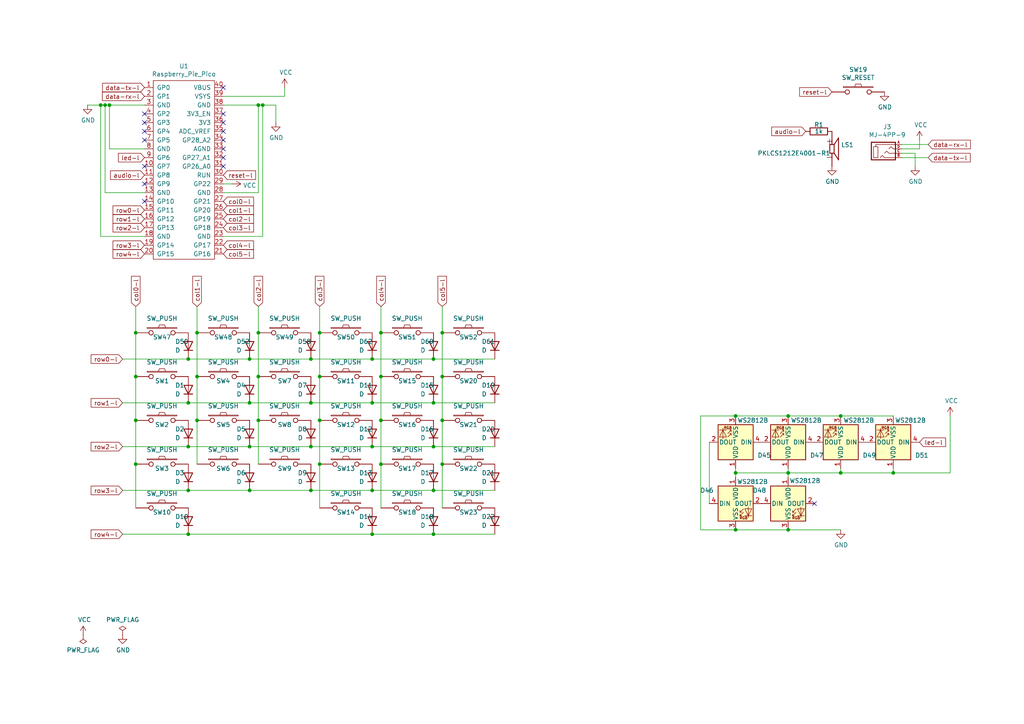
<source format=kicad_sch>
(kicad_sch (version 20250114) (generator "eeschema") (generator_version "9.0")
  (paper "A4")
  (lib_symbols
    (symbol "D_1" (pin_numbers (hide yes)) (pin_names (offset 1.016) (hide yes))
      (property "Reference" "D" (at 0 2.54 0))
      (property "Value" "D" (at 0 -2.54 0))
      (symbol "D_1_0_1"
        (polyline (pts (xy -1.27 1.27) (xy -1.27 -1.27)) (stroke (width 0.254)))
        (polyline (pts (xy 1.27 1.27) (xy 1.27 -1.27) (xy -1.27 0) (xy 1.27 1.27)) (stroke (width 0.254)))
        (polyline (pts (xy 1.27 0) (xy -1.27 0)))
      )
      (symbol "D_1_1_1"
        (pin passive line (at -3.81 0 0) (length 2.54) (name "K") (number "1"))
        (pin passive line (at 3.81 0 180) (length 2.54) (name "A") (number "2"))
      )
    )
    (symbol "Device:D" (pin_numbers (hide yes)) (pin_names (offset 1.016) (hide yes))
      (property "Reference" "D" (at 0 2.54 0))
      (property "Value" "D" (at 0 -2.54 0))
      (symbol "D_0_1"
        (polyline (pts (xy -1.27 1.27) (xy -1.27 -1.27)) (stroke (width 0.254)))
        (polyline (pts (xy 1.27 1.27) (xy 1.27 -1.27) (xy -1.27 0) (xy 1.27 1.27)) (stroke (width 0.254)))
        (polyline (pts (xy 1.27 0) (xy -1.27 0)))
      )
      (symbol "D_1_1"
        (pin passive line (at -3.81 0 0) (length 2.54) (name "K") (number "1"))
        (pin passive line (at 3.81 0 180) (length 2.54) (name "A") (number "2"))
      )
    )
    (symbol "Device:R" (pin_numbers (hide yes)) (pin_names (offset 0))
      (property "Reference" "R" (at 2.032 0 90))
      (property "Value" "R" (at 0 0 90))
      (symbol "R_0_1"
        (rectangle (start -1.016 -2.54) (end 1.016 2.54) (stroke (width 0.254)))
      )
      (symbol "R_1_1"
        (pin passive line (at 0 3.81 270) (length 1.27) (name "~") (number "1"))
        (pin passive line (at 0 -3.81 90) (length 1.27) (name "~") (number "2"))
      )
    )
    (symbol "GND_1" (power) (pin_numbers (hide yes)) (pin_names (offset 0) (hide yes))
      (property "Value" "GND" (at 0 -3.81 0))
      (symbol "GND_1_0_1"
        (polyline (pts (xy 0 0) (xy 0 -1.27) (xy 1.27 -1.27) (xy 0 -2.54) (xy -1.27 -1.27) (xy 0 -1.27)))
      )
      (symbol "GND_1_1_1"
        (pin power_in line (at 0 0 270) (length 0) (name "~") (number "1"))
      )
    )
    (symbol "GND_2" (power) (pin_numbers (hide yes)) (pin_names (offset 0) (hide yes))
      (property "Value" "GND" (at 0 -3.81 0))
      (symbol "GND_2_0_1"
        (polyline (pts (xy 0 0) (xy 0 -1.27) (xy 1.27 -1.27) (xy 0 -2.54) (xy -1.27 -1.27) (xy 0 -1.27)))
      )
      (symbol "GND_2_1_1"
        (pin power_in line (at 0 0 270) (length 0) (name "~") (number "1"))
      )
    )
    (symbol "LED:WS2812B" (pin_names (offset 0.254))
      (property "Reference" "D" (at 5.08 5.715 0))
      (property "Value" "WS2812B" (at 1.27 -5.715 0))
      (symbol "WS2812B_0_0"
        (text "RGB" (at 2.286 -4.191 0) (effects (font (size 0.762 0.762))))
      )
      (symbol "WS2812B_0_1"
        (polyline (pts (xy 1.27 -2.54) (xy 1.778 -2.54)))
        (polyline (pts (xy 1.27 -3.556) (xy 1.778 -3.556)))
        (polyline (pts (xy 2.286 -1.524) (xy 1.27 -2.54) (xy 1.27 -2.032)))
        (polyline (pts (xy 2.286 -2.54) (xy 1.27 -3.556) (xy 1.27 -3.048)))
        (polyline (pts (xy 3.683 -1.016) (xy 3.683 -3.556) (xy 3.683 -4.064)))
        (polyline (pts (xy 4.699 -1.524) (xy 2.667 -1.524) (xy 3.683 -3.556) (xy 4.699 -1.524)))
        (polyline (pts (xy 4.699 -3.556) (xy 2.667 -3.556)))
        (rectangle (start 5.08 5.08) (end -5.08 -5.08) (stroke (width 0.254)) (fill (type background)))
      )
      (symbol "WS2812B_1_1"
        (pin input line (at -7.62 0 0) (length 2.54) (name "DIN") (number "4"))
        (pin power_in line (at 0 7.62 270) (length 2.54) (name "VDD") (number "1"))
        (pin power_in line (at 0 -7.62 90) (length 2.54) (name "VSS") (number "3"))
        (pin output line (at 7.62 0 180) (length 2.54) (name "DOUT") (number "2"))
      )
    )
    (symbol "PKLCS1212E4001-R1:PKLCS1212E4001-R1" (pin_numbers (hide yes)) (pin_names (offset 1.016) (hide yes))
      (property "Reference" "LS" (at -3.81 8.9154 0))
      (property "Value" "PKLCS1212E4001-R1" (at -3.8354 -11.4808 0))
      (symbol "PKLCS1212E4001-R1_0_0"
        (polyline (pts (xy -0.635 1.27) (xy 0 1.27)) (stroke (width 0.254)))
        (polyline (pts (xy -0.635 -1.27) (xy -0.635 1.27)) (stroke (width 0.254)))
        (polyline (pts (xy 0 1.27) (xy 0 2.54)) (stroke (width 0.254)))
        (polyline (pts (xy 0 1.27) (xy 0.635 1.27)) (stroke (width 0.254)))
        (polyline (pts (xy 0 -1.27) (xy -0.635 -1.27)) (stroke (width 0.254)))
        (polyline (pts (xy 0 -1.27) (xy 0 -2.54)) (stroke (width 0.254)))
        (polyline (pts (xy 0.635 1.27) (xy 0.635 -1.27)) (stroke (width 0.254)))
        (polyline (pts (xy 0.635 1.27) (xy 1.905 3.175)) (stroke (width 0.254)))
        (polyline (pts (xy 0.635 -1.27) (xy 0 -1.27)) (stroke (width 0.254)))
        (polyline (pts (xy 1.905 3.175) (xy 1.905 -3.175)) (stroke (width 0.254)))
        (polyline (pts (xy 1.905 -3.175) (xy 0.635 -1.27)) (stroke (width 0.254)))
        (text "+" (at -1.905 1.27 0) (effects (font (size 1.778 1.778)) (justify left bottom)))
        (text "-" (at -1.905 -1.27 0) (effects (font (size 1.778 1.778)) (justify left top)))
        (pin passive line (at 0 5.08 270) (length 2.54) (name "~") (number "P"))
        (pin passive line (at 0 -5.08 90) (length 2.54) (name "~") (number "N"))
      )
    )
    (symbol "VCC_1" (power) (pin_numbers (hide yes)) (pin_names (offset 0) (hide yes))
      (property "Value" "VCC" (at 0 3.556 0))
      (symbol "VCC_1_0_1"
        (polyline (pts (xy -0.762 1.27) (xy 0 2.54)))
        (polyline (pts (xy 0 2.54) (xy 0.762 1.27)))
        (polyline (pts (xy 0 0) (xy 0 2.54)))
      )
      (symbol "VCC_1_1_1"
        (pin power_in line (at 0 0 90) (length 0) (name "~") (number "1"))
      )
    )
    (symbol "VCC_2" (power) (pin_numbers (hide yes)) (pin_names (offset 0) (hide yes))
      (property "Value" "VCC" (at 0 3.556 0))
      (symbol "VCC_2_0_1"
        (polyline (pts (xy -0.762 1.27) (xy 0 2.54)))
        (polyline (pts (xy 0 2.54) (xy 0.762 1.27)))
        (polyline (pts (xy 0 0) (xy 0 2.54)))
      )
      (symbol "VCC_2_1_1"
        (pin power_in line (at 0 0 90) (length 0) (name "~") (number "1"))
      )
    )
    (symbol "kbd:MJ-4PP-9" (pin_names (offset 1.016))
      (property "Reference" "J" (at 0 3.81 0))
      (property "Value" "MJ-4PP-9" (at 0 -3.81 0))
      (symbol "MJ-4PP-9_0_1"
        (polyline (pts (xy -2.54 1.27) (xy -2.54 1.905) (xy 3.175 1.905)))
        (rectangle (start -1.905 -1.905) (end -3.175 1.27))
        (polyline (pts (xy -1.27 -1.905) (xy -0.635 -1.27) (xy 0 -1.905) (xy 3.175 -1.905)))
        (polyline (pts (xy 0 -0.635) (xy 0.635 0) (xy 1.27 -0.635) (xy 3.175 -0.635)))
        (polyline (pts (xy 1.27 0.635) (xy 1.905 1.27) (xy 2.54 0.635) (xy 3.175 0.635)))
        (rectangle (start 3.175 2.54) (end -3.81 -2.54) (stroke (width 0.3048)))
      )
      (symbol "MJ-4PP-9_1_1"
        (pin input line (at 5.08 1.905 180) (length 2.0066) (name "~") (number "A"))
        (pin input line (at 5.08 0.635 180) (length 2.0066) (name "~") (number "D"))
        (pin input line (at 5.08 -0.635 180) (length 2.0066) (name "~") (number "C"))
        (pin input line (at 5.08 -1.905 180) (length 2.0066) (name "~") (number "B"))
      )
    )
    (symbol "kbd:SW_PUSH" (pin_numbers (hide yes)) (pin_names (offset 1.016) (hide yes))
      (property "Reference" "SW" (at 3.81 2.794 0))
      (property "Value" "SW_PUSH" (at 0 -2.032 0))
      (symbol "SW_PUSH_0_1"
        (rectangle (start -4.318 1.27) (end 4.318 1.524))
        (polyline (pts (xy -1.016 1.524) (xy -0.762 2.286) (xy 0.762 2.286) (xy 1.016 1.524)))
        (pin passive inverted (at -7.62 0 0) (length 5.08) (name "1") (number "1"))
        (pin passive inverted (at 7.62 0 180) (length 5.08) (name "2") (number "2"))
      )
    )
    (symbol "power:GND" (power) (pin_names (offset 0))
      (property "Value" "GND" (at 0 -3.81 0))
      (symbol "GND_0_1"
        (polyline (pts (xy 0 0) (xy 0 -1.27) (xy 1.27 -1.27) (xy 0 -2.54) (xy -1.27 -1.27) (xy 0 -1.27)))
      )
      (symbol "GND_1_1"
        (pin power_in line (at 0 0 270) (length 0) (hide yes) (name "GND") (number "1"))
      )
    )
    (symbol "power:PWR_FLAG" (power) (pin_numbers (hide yes)) (pin_names (offset 0) (hide yes))
      (property "Value" "PWR_FLAG" (at 0 3.81 0))
      (symbol "PWR_FLAG_0_0"
        (pin power_out line (at 0 0 90) (length 0) (name "pwr") (number "1"))
      )
      (symbol "PWR_FLAG_0_1"
        (polyline (pts (xy 0 0) (xy 0 1.27) (xy -1.016 1.905) (xy 0 2.54) (xy 1.016 1.905) (xy 0 1.27)))
      )
    )
    (symbol "power:VCC" (power) (pin_names (offset 0))
      (property "Value" "VCC" (at 0 3.81 0))
      (symbol "VCC_0_1"
        (polyline (pts (xy -0.762 1.27) (xy 0 2.54)))
        (polyline (pts (xy 0 2.54) (xy 0.762 1.27)))
        (polyline (pts (xy 0 0) (xy 0 2.54)))
      )
      (symbol "VCC_1_1"
        (pin power_in line (at 0 0 90) (length 0) (hide yes) (name "VCC") (number "1"))
      )
    )
    (symbol "yoichiro:Raspberry_Pie_Pico" (pin_names (offset 1.016))
      (property "Reference" "U" (at 0 27.559 0))
      (property "Value" "Raspberry_Pie_Pico" (at 0.0508 -27.4574 0))
      (symbol "Raspberry_Pie_Pico_0_0"
        (pin bidirectional line (at -11.43 24.13 0) (length 2.54) (name "GP0") (number "1"))
        (pin bidirectional line (at -11.43 21.59 0) (length 2.54) (name "GP1") (number "2"))
        (pin power_in line (at -11.43 19.05 0) (length 2.54) (name "GND") (number "3"))
        (pin bidirectional line (at -11.43 16.51 0) (length 2.54) (name "GP2") (number "4"))
        (pin bidirectional line (at -11.43 13.97 0) (length 2.54) (name "GP3") (number "5"))
        (pin bidirectional line (at -11.43 11.43 0) (length 2.54) (name "GP4") (number "6"))
        (pin bidirectional line (at -11.43 8.89 0) (length 2.54) (name "GP5") (number "7"))
        (pin power_in line (at -11.43 6.35 0) (length 2.54) (name "GND") (number "8"))
        (pin bidirectional line (at -11.43 3.81 0) (length 2.54) (name "GP6") (number "9"))
        (pin bidirectional line (at -11.43 1.27 0) (length 2.54) (name "GP7") (number "10"))
        (pin bidirectional line (at -11.43 -1.27 0) (length 2.54) (name "GP8") (number "11"))
        (pin bidirectional line (at -11.43 -3.81 0) (length 2.54) (name "GP9") (number "12"))
        (pin power_in line (at -11.43 -6.35 0) (length 2.54) (name "GND") (number "13"))
        (pin bidirectional line (at -11.43 -8.89 0) (length 2.54) (name "GP10") (number "14"))
        (pin bidirectional line (at -11.43 -11.43 0) (length 2.54) (name "GP11") (number "15"))
        (pin bidirectional line (at -11.43 -13.97 0) (length 2.54) (name "GP12") (number "16"))
        (pin bidirectional line (at -11.43 -16.51 0) (length 2.54) (name "GP13") (number "17"))
        (pin power_in line (at -11.43 -19.05 0) (length 2.54) (name "GND") (number "18"))
        (pin bidirectional line (at -11.43 -21.59 0) (length 2.54) (name "GP14") (number "19"))
        (pin bidirectional line (at -11.43 -24.13 0) (length 2.54) (name "GP15") (number "20"))
        (pin power_in line (at 11.43 24.13 180) (length 2.54) (name "VBUS") (number "40"))
        (pin power_in line (at 11.43 21.59 180) (length 2.54) (name "VSYS") (number "39"))
        (pin power_in line (at 11.43 19.05 180) (length 2.54) (name "GND") (number "38"))
        (pin input line (at 11.43 16.51 180) (length 2.54) (name "3V3_EN") (number "37"))
        (pin power_out line (at 11.43 13.97 180) (length 2.54) (name "3V3") (number "36"))
        (pin power_in line (at 11.43 11.43 180) (length 2.54) (name "ADC_VREF") (number "35"))
        (pin bidirectional line (at 11.43 8.89 180) (length 2.54) (name "GP28_A2") (number "34"))
        (pin power_in line (at 11.43 6.35 180) (length 2.54) (name "AGND") (number "33"))
        (pin bidirectional line (at 11.43 3.81 180) (length 2.54) (name "GP27_A1") (number "32"))
        (pin bidirectional line (at 11.43 1.27 180) (length 2.54) (name "GP26_A0") (number "31"))
        (pin input line (at 11.43 -1.27 180) (length 2.54) (name "RUN") (number "30"))
        (pin bidirectional line (at 11.43 -3.81 180) (length 2.54) (name "GP22") (number "29"))
        (pin power_in line (at 11.43 -6.35 180) (length 2.54) (name "GND") (number "28"))
        (pin bidirectional line (at 11.43 -8.89 180) (length 2.54) (name "GP21") (number "27"))
        (pin bidirectional line (at 11.43 -11.43 180) (length 2.54) (name "GP20") (number "26"))
        (pin bidirectional line (at 11.43 -13.97 180) (length 2.54) (name "GP19") (number "25"))
        (pin bidirectional line (at 11.43 -16.51 180) (length 2.54) (name "GP18") (number "24"))
        (pin power_in line (at 11.43 -19.05 180) (length 2.54) (name "GND") (number "23"))
        (pin bidirectional line (at 11.43 -21.59 180) (length 2.54) (name "GP17") (number "22"))
        (pin bidirectional line (at 11.43 -24.13 180) (length 2.54) (name "GP16") (number "21"))
      )
      (symbol "Raspberry_Pie_Pico_0_1"
        (rectangle (start -8.89 26.162) (end 8.89 -25.654))
      )
    )
  )
  (junction (at 213.36 137.16))
  (junction (at 125.73 142.24))
  (junction (at 74.93 109.22))
  (junction (at 213.36 153.67))
  (junction (at 54.61 116.84))
  (junction (at 74.93 121.92))
  (junction (at 72.39 129.54))
  (junction (at 57.15 121.92))
  (junction (at 92.71 134.62))
  (junction (at 107.95 154.94))
  (junction (at 128.27 121.92))
  (junction (at 54.61 142.24))
  (junction (at 31.75 30.48))
  (junction (at 76.2 30.48))
  (junction (at 54.61 104.14))
  (junction (at 90.17 142.24))
  (junction (at 228.6 120.65))
  (junction (at 107.95 116.84))
  (junction (at 72.39 104.14))
  (junction (at 74.93 30.48))
  (junction (at 30.48 30.48))
  (junction (at 29.21 30.48))
  (junction (at 213.36 120.65))
  (junction (at 125.73 129.54))
  (junction (at 110.49 109.22))
  (junction (at 72.39 142.24))
  (junction (at 39.37 96.52))
  (junction (at 92.71 96.52))
  (junction (at 128.27 134.62))
  (junction (at 228.6 153.67))
  (junction (at 74.93 96.52))
  (junction (at 243.84 120.65))
  (junction (at 125.73 154.94))
  (junction (at 90.17 116.84))
  (junction (at 39.37 134.62))
  (junction (at 57.15 109.22))
  (junction (at 57.15 96.52))
  (junction (at 128.27 109.22))
  (junction (at 110.49 134.62))
  (junction (at 54.61 154.94))
  (junction (at 39.37 109.22))
  (junction (at 125.73 104.14))
  (junction (at 243.84 137.16))
  (junction (at 259.08 137.16))
  (junction (at 90.17 104.14))
  (junction (at 54.61 129.54))
  (junction (at 228.6 137.16))
  (junction (at 107.95 142.24))
  (junction (at 92.71 109.22))
  (junction (at 125.73 116.84))
  (junction (at 128.27 96.52))
  (junction (at 39.37 121.92))
  (junction (at 110.49 96.52))
  (junction (at 90.17 129.54))
  (junction (at 107.95 104.14))
  (junction (at 110.49 121.92))
  (junction (at 107.95 129.54))
  (junction (at 92.71 121.92))
  (junction (at 72.39 116.84))
  (no_connect (at 64.77 25.4))
  (no_connect (at 64.77 33.02))
  (no_connect (at 64.77 45.72))
  (no_connect (at 64.77 48.26))
  (no_connect (at 41.91 35.56))
  (no_connect (at 41.91 33.02))
  (no_connect (at 41.91 58.42))
  (no_connect (at 41.91 53.34))
  (no_connect (at 41.91 48.26))
  (no_connect (at 64.77 43.18))
  (no_connect (at 64.77 35.56))
  (no_connect (at 236.22 146.05))
  (no_connect (at 64.77 38.1))
  (no_connect (at 41.91 38.1))
  (no_connect (at 41.91 40.64))
  (no_connect (at 64.77 40.64))
  (wire (pts (xy 92.71 96.52) (xy 92.71 88.9)))
  (wire (pts (xy 76.2 30.48) (xy 80.01 30.48)))
  (wire (pts (xy 35.56 142.24) (xy 54.61 142.24)))
  (wire (pts (xy 110.49 121.92) (xy 110.49 109.22)))
  (wire (pts (xy 74.93 121.92) (xy 74.93 134.62)))
  (wire (pts (xy 29.21 30.48) (xy 30.48 30.48)))
  (wire (pts (xy 266.7 43.18) (xy 266.7 40.64)))
  (wire (pts (xy 213.36 120.65) (xy 203.2 120.65)))
  (wire (pts (xy 31.75 30.48) (xy 41.91 30.48)))
  (wire (pts (xy 57.15 121.92) (xy 57.15 134.62)))
  (wire (pts (xy 125.73 142.24) (xy 107.95 142.24)))
  (wire (pts (xy 213.36 153.67) (xy 228.6 153.67)))
  (wire (pts (xy 261.62 43.18) (xy 266.7 43.18)))
  (wire (pts (xy 35.56 104.14) (xy 54.61 104.14)))
  (wire (pts (xy 54.61 129.54) (xy 35.56 129.54)))
  (wire (pts (xy 128.27 121.92) (xy 128.27 134.62)))
  (wire (pts (xy 110.49 88.9) (xy 110.49 96.52)))
  (wire (pts (xy 64.77 27.94) (xy 82.55 27.94)))
  (wire (pts (xy 259.08 120.65) (xy 243.84 120.65)))
  (wire (pts (xy 107.95 104.14) (xy 125.73 104.14)))
  (wire (pts (xy 82.55 25.4) (xy 82.55 27.94)))
  (wire (pts (xy 228.6 135.89) (xy 228.6 137.16)))
  (wire (pts (xy 259.08 137.16) (xy 243.84 137.16)))
  (wire (pts (xy 54.61 154.94) (xy 35.56 154.94)))
  (wire (pts (xy 275.59 137.16) (xy 259.08 137.16)))
  (wire (pts (xy 228.6 137.16) (xy 213.36 137.16)))
  (wire (pts (xy 213.36 137.16) (xy 213.36 135.89)))
  (wire (pts (xy 143.51 154.94) (xy 125.73 154.94)))
  (wire (pts (xy 143.51 129.54) (xy 125.73 129.54)))
  (wire (pts (xy 39.37 88.9) (xy 39.37 96.52)))
  (wire (pts (xy 125.73 104.14) (xy 143.51 104.14)))
  (wire (pts (xy 110.49 96.52) (xy 110.49 109.22)))
  (wire (pts (xy 72.39 104.14) (xy 90.17 104.14)))
  (wire (pts (xy 39.37 134.62) (xy 39.37 121.92)))
  (wire (pts (xy 64.77 53.34) (xy 67.31 53.34)))
  (wire (pts (xy 30.48 55.88) (xy 30.48 30.48)))
  (wire (pts (xy 107.95 142.24) (xy 90.17 142.24)))
  (wire (pts (xy 203.2 153.67) (xy 213.36 153.67)))
  (wire (pts (xy 228.6 138.43) (xy 228.6 137.16)))
  (wire (pts (xy 92.71 121.92) (xy 92.71 134.62)))
  (wire (pts (xy 228.6 120.65) (xy 213.36 120.65)))
  (wire (pts (xy 39.37 96.52) (xy 39.37 109.22)))
  (wire (pts (xy 261.62 44.45) (xy 265.43 44.45)))
  (wire (pts (xy 275.59 120.65) (xy 275.59 137.16)))
  (wire (pts (xy 128.27 88.9) (xy 128.27 96.52)))
  (wire (pts (xy 57.15 109.22) (xy 57.15 121.92)))
  (wire (pts (xy 29.21 68.58) (xy 29.21 30.48)))
  (wire (pts (xy 107.95 129.54) (xy 90.17 129.54)))
  (wire (pts (xy 128.27 109.22) (xy 128.27 121.92)))
  (wire (pts (xy 90.17 104.14) (xy 107.95 104.14)))
  (wire (pts (xy 269.24 45.72) (xy 261.62 45.72)))
  (wire (pts (xy 243.84 120.65) (xy 228.6 120.65)))
  (wire (pts (xy 57.15 96.52) (xy 57.15 109.22)))
  (wire (pts (xy 143.51 142.24) (xy 125.73 142.24)))
  (wire (pts (xy 54.61 116.84) (xy 35.56 116.84)))
  (wire (pts (xy 54.61 154.94) (xy 107.95 154.94)))
  (wire (pts (xy 143.51 116.84) (xy 125.73 116.84)))
  (wire (pts (xy 74.93 109.22) (xy 74.93 121.92)))
  (wire (pts (xy 64.77 55.88) (xy 74.93 55.88)))
  (wire (pts (xy 92.71 109.22) (xy 92.71 96.52)))
  (wire (pts (xy 259.08 135.89) (xy 259.08 137.16)))
  (wire (pts (xy 74.93 30.48) (xy 76.2 30.48)))
  (wire (pts (xy 31.75 43.18) (xy 31.75 30.48)))
  (wire (pts (xy 92.71 147.32) (xy 92.71 134.62)))
  (wire (pts (xy 110.49 134.62) (xy 110.49 147.32)))
  (wire (pts (xy 90.17 142.24) (xy 72.39 142.24)))
  (wire (pts (xy 125.73 116.84) (xy 107.95 116.84)))
  (wire (pts (xy 41.91 43.18) (xy 31.75 43.18)))
  (wire (pts (xy 125.73 154.94) (xy 107.95 154.94)))
  (wire (pts (xy 80.01 30.48) (xy 80.01 35.56)))
  (wire (pts (xy 74.93 96.52) (xy 74.93 109.22)))
  (wire (pts (xy 57.15 88.9) (xy 57.15 96.52)))
  (wire (pts (xy 41.91 55.88) (xy 30.48 55.88)))
  (wire (pts (xy 128.27 134.62) (xy 128.27 147.32)))
  (wire (pts (xy 74.93 55.88) (xy 74.93 30.48)))
  (wire (pts (xy 72.39 142.24) (xy 54.61 142.24)))
  (wire (pts (xy 30.48 30.48) (xy 31.75 30.48)))
  (wire (pts (xy 243.84 135.89) (xy 243.84 137.16)))
  (wire (pts (xy 92.71 121.92) (xy 92.71 109.22)))
  (wire (pts (xy 90.17 116.84) (xy 72.39 116.84)))
  (wire (pts (xy 72.39 129.54) (xy 54.61 129.54)))
  (wire (pts (xy 64.77 68.58) (xy 76.2 68.58)))
  (wire (pts (xy 39.37 109.22) (xy 39.37 121.92)))
  (wire (pts (xy 265.43 44.45) (xy 265.43 48.26)))
  (wire (pts (xy 110.49 121.92) (xy 110.49 134.62)))
  (wire (pts (xy 203.2 120.65) (xy 203.2 153.67)))
  (wire (pts (xy 25.4 30.48) (xy 29.21 30.48)))
  (wire (pts (xy 125.73 129.54) (xy 107.95 129.54)))
  (wire (pts (xy 205.74 128.27) (xy 205.74 146.05)))
  (wire (pts (xy 213.36 138.43) (xy 213.36 137.16)))
  (wire (pts (xy 41.91 68.58) (xy 29.21 68.58)))
  (wire (pts (xy 54.61 104.14) (xy 72.39 104.14)))
  (wire (pts (xy 90.17 129.54) (xy 72.39 129.54)))
  (wire (pts (xy 76.2 68.58) (xy 76.2 30.48)))
  (wire (pts (xy 128.27 96.52) (xy 128.27 109.22)))
  (wire (pts (xy 74.93 88.9) (xy 74.93 96.52)))
  (wire (pts (xy 107.95 116.84) (xy 90.17 116.84)))
  (wire (pts (xy 228.6 153.67) (xy 243.84 153.67)))
  (wire (pts (xy 243.84 137.16) (xy 228.6 137.16)))
  (wire (pts (xy 72.39 116.84) (xy 54.61 116.84)))
  (wire (pts (xy 39.37 134.62) (xy 39.37 147.32)))
  (wire (pts (xy 64.77 30.48) (xy 74.93 30.48)))
  (wire (pts (xy 261.62 41.91) (xy 269.24 41.91)))
  (global_label "row1-l" (shape input) (at 35.56 116.84 180) (property "Intersheetrefs" "${INTERSHEET_REFS}" (effects (hide yes))))
  (global_label "col1-l" (shape input) (at 64.77 60.96 0) (property "Intersheetrefs" "${INTERSHEET_REFS}" (effects (hide yes))))
  (global_label "col5-l" (shape input) (at 128.27 88.9 90) (property "Intersheetrefs" "${INTERSHEET_REFS}" (effects (hide yes))))
  (global_label "row2-l" (shape input) (at 35.56 129.54 180) (property "Intersheetrefs" "${INTERSHEET_REFS}" (effects (hide yes))))
  (global_label "col0-l" (shape input) (at 39.37 88.9 90) (property "Intersheetrefs" "${INTERSHEET_REFS}" (effects (hide yes))))
  (global_label "row4-l" (shape input) (at 35.56 154.94 180) (property "Intersheetrefs" "${INTERSHEET_REFS}" (effects (hide yes))))
  (global_label "audio-l" (shape input) (at 233.68 38.1 180) (property "Intersheetrefs" "${INTERSHEET_REFS}" (effects (hide yes))))
  (global_label "col5-l" (shape input) (at 64.77 73.66 0) (property "Intersheetrefs" "${INTERSHEET_REFS}" (effects (hide yes))))
  (global_label "data-rx-l" (shape input) (at 41.91 27.94 180) (property "Intersheetrefs" "${INTERSHEET_REFS}" (effects (hide yes))))
  (global_label "col4-l" (shape input) (at 64.77 71.12 0) (property "Intersheetrefs" "${INTERSHEET_REFS}" (effects (hide yes))))
  (global_label "row2-l" (shape input) (at 41.91 66.04 180) (property "Intersheetrefs" "${INTERSHEET_REFS}" (effects (hide yes))))
  (global_label "col2-l" (shape input) (at 64.77 63.5 0) (property "Intersheetrefs" "${INTERSHEET_REFS}" (effects (hide yes))))
  (global_label "reset-l" (shape input) (at 64.77 50.8 0) (property "Intersheetrefs" "${INTERSHEET_REFS}" (effects (hide yes))))
  (global_label "col0-l" (shape input) (at 64.77 58.42 0) (property "Intersheetrefs" "${INTERSHEET_REFS}" (effects (hide yes))))
  (global_label "audio-l" (shape input) (at 41.91 50.8 180) (property "Intersheetrefs" "${INTERSHEET_REFS}" (effects (hide yes))))
  (global_label "data-tx-l" (shape input) (at 41.91 25.4 180) (property "Intersheetrefs" "${INTERSHEET_REFS}" (effects (hide yes))))
  (global_label "led-l" (shape input) (at 41.91 45.72 180) (property "Intersheetrefs" "${INTERSHEET_REFS}" (effects (hide yes))))
  (global_label "led-l" (shape input) (at 266.7 128.27 0) (property "Intersheetrefs" "${INTERSHEET_REFS}" (effects (hide yes))))
  (global_label "row3-l" (shape input) (at 41.91 71.12 180) (property "Intersheetrefs" "${INTERSHEET_REFS}" (effects (hide yes))))
  (global_label "row0-l" (shape input) (at 35.56 104.14 180) (property "Intersheetrefs" "${INTERSHEET_REFS}" (effects (hide yes))))
  (global_label "col1-l" (shape input) (at 57.15 88.9 90) (property "Intersheetrefs" "${INTERSHEET_REFS}" (effects (hide yes))))
  (global_label "data-rx-l" (shape input) (at 269.24 41.91 0) (property "Intersheetrefs" "${INTERSHEET_REFS}" (effects (hide yes))))
  (global_label "col3-l" (shape input) (at 92.71 88.9 90) (property "Intersheetrefs" "${INTERSHEET_REFS}" (effects (hide yes))))
  (global_label "row4-l" (shape input) (at 41.91 73.66 180) (property "Intersheetrefs" "${INTERSHEET_REFS}" (effects (hide yes))))
  (global_label "row0-l" (shape input) (at 41.91 60.96 180) (property "Intersheetrefs" "${INTERSHEET_REFS}" (effects (hide yes))))
  (global_label "col2-l" (shape input) (at 74.93 88.9 90) (property "Intersheetrefs" "${INTERSHEET_REFS}" (effects (hide yes))))
  (global_label "row3-l" (shape input) (at 35.56 142.24 180) (property "Intersheetrefs" "${INTERSHEET_REFS}" (effects (hide yes))))
  (global_label "col4-l" (shape input) (at 110.49 88.9 90) (property "Intersheetrefs" "${INTERSHEET_REFS}" (effects (hide yes))))
  (global_label "reset-l" (shape input) (at 241.3 26.67 180) (property "Intersheetrefs" "${INTERSHEET_REFS}" (effects (hide yes))))
  (global_label "col3-l" (shape input) (at 64.77 66.04 0) (property "Intersheetrefs" "${INTERSHEET_REFS}" (effects (hide yes))))
  (global_label "row1-l" (shape input) (at 41.91 63.5 180) (property "Intersheetrefs" "${INTERSHEET_REFS}" (effects (hide yes))))
  (global_label "data-tx-l" (shape input) (at 269.24 45.72 0) (property "Intersheetrefs" "${INTERSHEET_REFS}" (effects (hide yes))))
  (symbol (lib_id "kbd:SW_PUSH") (at 46.99 109.22 0) (unit 1)
    (property "Reference" "SW1" (at 46.99 110.49 0))
    (property "Value" "SW_PUSH" (at 46.99 105.0544 0))
    (property "Footprint" "Yoichiro:CherryMX_Choco_Hotswap" (effects (hide yes)))
  )
  (symbol (lib_id "Device:D") (at 54.61 113.03 90) (unit 1)
    (property "Reference" "D1" (at 50.8 111.76 90) (effects (justify right)))
    (property "Value" "D" (at 50.8 114.3 90) (effects (justify right)))
    (property "Footprint" "Keebio-Parts:Diode-Hybrid-Back" (effects (hide yes)))
  )
  (symbol (lib_id "kbd:SW_PUSH") (at 46.99 121.92 0) (unit 1)
    (property "Reference" "SW2" (at 46.99 123.19 0))
    (property "Value" "SW_PUSH" (at 46.99 117.7544 0))
    (property "Footprint" "Yoichiro:CherryMX_Choco_Hotswap" (effects (hide yes)))
  )
  (symbol (lib_id "Device:D") (at 54.61 125.73 90) (unit 1)
    (property "Reference" "D2" (at 50.8 124.46 90) (effects (justify right)))
    (property "Value" "D" (at 50.8 127 90) (effects (justify right)))
    (property "Footprint" "Keebio-Parts:Diode-Hybrid-Back" (effects (hide yes)))
  )
  (symbol (lib_id "kbd:SW_PUSH") (at 46.99 134.62 0) (unit 1)
    (property "Reference" "SW3" (at 46.99 135.89 0))
    (property "Value" "SW_PUSH" (at 46.99 130.4544 0))
    (property "Footprint" "Yoichiro:CherryMX_Choco_Hotswap" (effects (hide yes)))
  )
  (symbol (lib_id "Device:D") (at 54.61 138.43 90) (unit 1)
    (property "Reference" "D3" (at 50.8 137.16 90) (effects (justify right)))
    (property "Value" "D" (at 50.8 139.7 90) (effects (justify right)))
    (property "Footprint" "Keebio-Parts:Diode-Hybrid-Back" (effects (hide yes)))
  )
  (symbol (lib_id "kbd:SW_PUSH") (at 64.77 109.22 0) (unit 1)
    (property "Reference" "SW4" (at 64.77 110.49 0))
    (property "Value" "SW_PUSH" (at 64.77 105.0544 0))
    (property "Footprint" "Yoichiro:CherryMX_Choco_Hotswap" (effects (hide yes)))
  )
  (symbol (lib_id "Device:D") (at 72.39 113.03 90) (unit 1)
    (property "Reference" "D4" (at 68.58 111.76 90) (effects (justify right)))
    (property "Value" "D" (at 68.58 114.3 90) (effects (justify right)))
    (property "Footprint" "Keebio-Parts:Diode-Hybrid-Back" (effects (hide yes)))
  )
  (symbol (lib_id "kbd:SW_PUSH") (at 64.77 121.92 0) (unit 1)
    (property "Reference" "SW5" (at 64.77 123.19 0))
    (property "Value" "SW_PUSH" (at 64.77 117.7544 0))
    (property "Footprint" "Yoichiro:CherryMX_Choco_Hotswap" (effects (hide yes)))
  )
  (symbol (lib_id "Device:D") (at 72.39 125.73 90) (unit 1)
    (property "Reference" "D5" (at 68.58 124.46 90) (effects (justify right)))
    (property "Value" "D" (at 68.58 127 90) (effects (justify right)))
    (property "Footprint" "Keebio-Parts:Diode-Hybrid-Back" (effects (hide yes)))
  )
  (symbol (lib_id "kbd:SW_PUSH") (at 64.77 134.62 0) (unit 1)
    (property "Reference" "SW6" (at 64.77 135.89 0))
    (property "Value" "SW_PUSH" (at 64.77 130.4544 0))
    (property "Footprint" "Yoichiro:CherryMX_Choco_Hotswap" (effects (hide yes)))
  )
  (symbol (lib_id "Device:D") (at 72.39 138.43 90) (unit 1)
    (property "Reference" "D6" (at 68.58 137.16 90) (effects (justify right)))
    (property "Value" "D" (at 68.58 139.7 90) (effects (justify right)))
    (property "Footprint" "Keebio-Parts:Diode-Hybrid-Back" (effects (hide yes)))
  )
  (symbol (lib_id "kbd:SW_PUSH") (at 82.55 109.22 0) (unit 1)
    (property "Reference" "SW7" (at 82.55 110.49 0))
    (property "Value" "SW_PUSH" (at 82.55 105.0544 0))
    (property "Footprint" "Yoichiro:CherryMX_Choco_Hotswap" (effects (hide yes)))
  )
  (symbol (lib_id "Device:D") (at 90.17 113.03 90) (unit 1)
    (property "Reference" "D7" (at 86.36 111.76 90) (effects (justify right)))
    (property "Value" "D" (at 86.36 114.3 90) (effects (justify right)))
    (property "Footprint" "Keebio-Parts:Diode-Hybrid-Back" (effects (hide yes)))
  )
  (symbol (lib_id "kbd:SW_PUSH") (at 82.55 121.92 0) (unit 1)
    (property "Reference" "SW8" (at 82.55 123.19 0))
    (property "Value" "SW_PUSH" (at 82.55 117.7544 0))
    (property "Footprint" "Yoichiro:CherryMX_Choco_Hotswap" (effects (hide yes)))
  )
  (symbol (lib_id "Device:D") (at 90.17 125.73 90) (unit 1)
    (property "Reference" "D8" (at 86.36 124.46 90) (effects (justify right)))
    (property "Value" "D" (at 86.36 127 90) (effects (justify right)))
    (property "Footprint" "Keebio-Parts:Diode-Hybrid-Back" (effects (hide yes)))
  )
  (symbol (lib_id "kbd:SW_PUSH") (at 82.55 134.62 0) (unit 1)
    (property "Reference" "SW9" (at 82.55 135.89 0))
    (property "Value" "SW_PUSH" (at 82.55 130.4544 0))
    (property "Footprint" "Yoichiro:CherryMX_Choco_Hotswap" (effects (hide yes)))
  )
  (symbol (lib_id "Device:D") (at 90.17 138.43 90) (unit 1)
    (property "Reference" "D9" (at 86.36 137.16 90) (effects (justify right)))
    (property "Value" "D" (at 86.36 139.7 90) (effects (justify right)))
    (property "Footprint" "Keebio-Parts:Diode-Hybrid-Back" (effects (hide yes)))
  )
  (symbol (lib_id "kbd:SW_PUSH") (at 46.99 147.32 0) (unit 1)
    (property "Reference" "SW10" (at 46.99 148.59 0))
    (property "Value" "SW_PUSH" (at 46.99 143.1544 0))
    (property "Footprint" "Yoichiro:CherryMX_Choco_Hotswap" (effects (hide yes)))
  )
  (symbol (lib_id "Device:D") (at 54.61 151.13 90) (unit 1)
    (property "Reference" "D10" (at 50.8 149.86 90) (effects (justify right)))
    (property "Value" "D" (at 50.8 152.4 90) (effects (justify right)))
    (property "Footprint" "Keebio-Parts:Diode-Hybrid-Back" (effects (hide yes)))
  )
  (symbol (lib_id "kbd:SW_PUSH") (at 100.33 109.22 0) (unit 1)
    (property "Reference" "SW11" (at 100.33 110.49 0))
    (property "Value" "SW_PUSH" (at 100.33 105.0544 0))
    (property "Footprint" "Yoichiro:CherryMX_Choco_Hotswap" (effects (hide yes)))
  )
  (symbol (lib_id "Device:D") (at 107.95 113.03 90) (unit 1)
    (property "Reference" "D11" (at 104.14 111.76 90) (effects (justify right)))
    (property "Value" "D" (at 104.14 114.3 90) (effects (justify right)))
    (property "Footprint" "Keebio-Parts:Diode-Hybrid-Back" (effects (hide yes)))
  )
  (symbol (lib_id "kbd:SW_PUSH") (at 100.33 121.92 0) (unit 1)
    (property "Reference" "SW12" (at 100.33 123.19 0))
    (property "Value" "SW_PUSH" (at 100.33 117.7544 0))
    (property "Footprint" "Yoichiro:CherryMX_Choco_Hotswap" (effects (hide yes)))
  )
  (symbol (lib_id "Device:D") (at 107.95 125.73 90) (unit 1)
    (property "Reference" "D12" (at 104.14 124.46 90) (effects (justify right)))
    (property "Value" "D" (at 104.14 127 90) (effects (justify right)))
    (property "Footprint" "Keebio-Parts:Diode-Hybrid-Back" (effects (hide yes)))
  )
  (symbol (lib_id "kbd:SW_PUSH") (at 100.33 134.62 0) (unit 1)
    (property "Reference" "SW13" (at 100.33 135.89 0))
    (property "Value" "SW_PUSH" (at 100.33 130.4544 0))
    (property "Footprint" "Yoichiro:CherryMX_Choco_Hotswap" (effects (hide yes)))
  )
  (symbol (lib_id "Device:D") (at 107.95 138.43 90) (unit 1)
    (property "Reference" "D13" (at 104.14 137.16 90) (effects (justify right)))
    (property "Value" "D" (at 104.14 139.7 90) (effects (justify right)))
    (property "Footprint" "Keebio-Parts:Diode-Hybrid-Back" (effects (hide yes)))
  )
  (symbol (lib_id "kbd:SW_PUSH") (at 100.33 147.32 0) (unit 1)
    (property "Reference" "SW14" (at 100.33 148.59 0))
    (property "Value" "SW_PUSH" (at 100.33 143.1544 0))
    (property "Footprint" "Yoichiro:CherryMX_Choco_Hotswap" (effects (hide yes)))
  )
  (symbol (lib_id "Device:D") (at 107.95 151.13 90) (unit 1)
    (property "Reference" "D14" (at 104.14 149.86 90) (effects (justify right)))
    (property "Value" "D" (at 104.14 152.4 90) (effects (justify right)))
    (property "Footprint" "Keebio-Parts:Diode-Hybrid-Back" (effects (hide yes)))
  )
  (symbol (lib_id "kbd:SW_PUSH") (at 118.11 109.22 0) (unit 1)
    (property "Reference" "SW15" (at 118.11 110.49 0))
    (property "Value" "SW_PUSH" (at 118.11 105.0544 0))
    (property "Footprint" "Yoichiro:CherryMX_Choco_Hotswap" (effects (hide yes)))
  )
  (symbol (lib_id "Device:D") (at 125.73 113.03 90) (unit 1)
    (property "Reference" "D15" (at 121.92 111.76 90) (effects (justify right)))
    (property "Value" "D" (at 121.92 114.3 90) (effects (justify right)))
    (property "Footprint" "Keebio-Parts:Diode-Hybrid-Back" (effects (hide yes)))
  )
  (symbol (lib_id "kbd:SW_PUSH") (at 118.11 121.92 0) (unit 1)
    (property "Reference" "SW16" (at 118.11 123.19 0))
    (property "Value" "SW_PUSH" (at 118.11 117.7544 0))
    (property "Footprint" "Yoichiro:CherryMX_Choco_Hotswap" (effects (hide yes)))
  )
  (symbol (lib_id "Device:D") (at 125.73 125.73 90) (unit 1)
    (property "Reference" "D16" (at 121.92 124.46 90) (effects (justify right)))
    (property "Value" "D" (at 121.92 127 90) (effects (justify right)))
    (property "Footprint" "Keebio-Parts:Diode-Hybrid-Back" (effects (hide yes)))
  )
  (symbol (lib_id "kbd:SW_PUSH") (at 118.11 134.62 0) (unit 1)
    (property "Reference" "SW17" (at 118.11 135.89 0))
    (property "Value" "SW_PUSH" (at 118.11 130.4544 0))
    (property "Footprint" "Yoichiro:CherryMX_Choco_Hotswap" (effects (hide yes)))
  )
  (symbol (lib_id "Device:D") (at 125.73 138.43 90) (unit 1)
    (property "Reference" "D17" (at 121.92 137.16 90) (effects (justify right)))
    (property "Value" "D" (at 121.92 139.7 90) (effects (justify right)))
    (property "Footprint" "Keebio-Parts:Diode-Hybrid-Back" (effects (hide yes)))
  )
  (symbol (lib_id "kbd:SW_PUSH") (at 118.11 147.32 0) (unit 1)
    (property "Reference" "SW18" (at 118.11 148.59 0))
    (property "Value" "SW_PUSH" (at 118.11 143.1544 0))
    (property "Footprint" "Yoichiro:CherryMX_Choco_Hotswap" (effects (hide yes)))
  )
  (symbol (lib_id "Device:D") (at 125.73 151.13 90) (unit 1)
    (property "Reference" "D18" (at 121.92 149.86 90) (effects (justify right)))
    (property "Value" "D" (at 121.92 152.4 90) (effects (justify right)))
    (property "Footprint" "Keebio-Parts:Diode-Hybrid-Back" (effects (hide yes)))
  )
  (symbol (lib_id "kbd:SW_PUSH") (at 135.89 109.22 0) (unit 1)
    (property "Reference" "SW20" (at 135.89 110.49 0))
    (property "Value" "SW_PUSH" (at 135.89 105.0544 0))
    (property "Footprint" "Yoichiro:CherryMX_Choco_Hotswap" (effects (hide yes)))
  )
  (symbol (lib_id "Device:D") (at 143.51 113.03 90) (unit 1)
    (property "Reference" "D19" (at 139.7 111.76 90) (effects (justify right)))
    (property "Value" "D" (at 139.7 114.3 90) (effects (justify right)))
    (property "Footprint" "Keebio-Parts:Diode-Hybrid-Back" (effects (hide yes)))
  )
  (symbol (lib_id "kbd:SW_PUSH") (at 135.89 121.92 0) (unit 1)
    (property "Reference" "SW21" (at 135.89 123.19 0))
    (property "Value" "SW_PUSH" (at 135.89 117.7544 0))
    (property "Footprint" "Yoichiro:CherryMX_Choco_Hotswap" (effects (hide yes)))
  )
  (symbol (lib_id "Device:D") (at 143.51 125.73 90) (unit 1)
    (property "Reference" "D20" (at 139.7 124.46 90) (effects (justify right)))
    (property "Value" "D" (at 139.7 127 90) (effects (justify right)))
    (property "Footprint" "Keebio-Parts:Diode-Hybrid-Back" (effects (hide yes)))
  )
  (symbol (lib_id "kbd:SW_PUSH") (at 135.89 134.62 0) (unit 1)
    (property "Reference" "SW22" (at 135.89 135.89 0))
    (property "Value" "SW_PUSH" (at 135.89 130.4544 0))
    (property "Footprint" "Yoichiro:CherryMX_Choco_Hotswap" (effects (hide yes)))
  )
  (symbol (lib_id "Device:D") (at 143.51 138.43 90) (unit 1)
    (property "Reference" "D21" (at 139.7 137.16 90) (effects (justify right)))
    (property "Value" "D" (at 139.7 139.7 90) (effects (justify right)))
    (property "Footprint" "Keebio-Parts:Diode-Hybrid-Back" (effects (hide yes)))
  )
  (symbol (lib_id "kbd:SW_PUSH") (at 135.89 147.32 0) (unit 1)
    (property "Reference" "SW23" (at 135.89 148.59 0))
    (property "Value" "SW_PUSH" (at 135.89 143.1544 0))
    (property "Footprint" "Yoichiro:CherryMX_Choco_Hotswap" (effects (hide yes)))
  )
  (symbol (lib_id "Device:D") (at 143.51 151.13 90) (unit 1)
    (property "Reference" "D22" (at 139.7 149.86 90) (effects (justify right)))
    (property "Value" "D" (at 139.7 152.4 90) (effects (justify right)))
    (property "Footprint" "Keebio-Parts:Diode-Hybrid-Back" (effects (hide yes)))
  )
  (symbol (lib_id "LED:WS2812B") (at 259.08 128.27 180) (unit 1)
    (property "Reference" "D51" (at 265.43 132.08 0) (effects (justify right)))
    (property "Value" "WS2812B" (at 259.588 121.92 0) (effects (justify right)))
    (property "Footprint" "Yoichiro:LED_WS2812B" (effects (hide yes)))
    (property "Datasheet" "https://cdn-shop.adafruit.com/datasheets/WS2812B.pdf" (effects (hide yes)))
  )
  (symbol (lib_id "power:VCC") (at 24.13 184.15 0) (unit 1)
    (property "Reference" "#PWR01" (effects (hide yes)))
    (property "Value" "VCC" (at 24.511 179.7558 0))
  )
  (symbol (lib_id "power:PWR_FLAG") (at 24.13 184.15 0) (mirror x) (unit 1)
    (property "Reference" "#FLG01" (effects (hide yes)))
    (property "Value" "PWR_FLAG" (at 24.13 188.5442 0))
  )
  (symbol (lib_id "power:PWR_FLAG") (at 35.56 184.15 0) (unit 1)
    (property "Reference" "#FLG02" (effects (hide yes)))
    (property "Value" "PWR_FLAG" (at 35.56 179.7558 0))
  )
  (symbol (lib_id "power:GND") (at 35.56 184.15 0) (unit 1)
    (property "Reference" "#PWR03" (effects (hide yes)))
    (property "Value" "GND" (at 35.687 188.5442 0))
  )
  (symbol (lib_name "GND_1") (lib_id "power:GND") (at 25.4 30.48 0) (unit 1)
    (property "Reference" "#PWR02" (effects (hide yes)))
    (property "Value" "GND" (at 25.527 34.8742 0))
    (property "Description" "Power symbol creates a global label with name \"GND\" , ground" (effects (hide yes)))
  )
  (symbol (lib_name "GND_2") (lib_id "power:GND") (at 80.01 35.56 0) (unit 1)
    (property "Reference" "#PWR08" (effects (hide yes)))
    (property "Value" "GND" (at 80.137 39.9542 0))
    (property "Description" "Power symbol creates a global label with name \"GND\" , ground" (effects (hide yes)))
  )
  (symbol (lib_name "VCC_1") (lib_id "power:VCC") (at 82.55 25.4 0) (unit 1)
    (property "Reference" "#PWR07" (effects (hide yes)))
    (property "Value" "VCC" (at 82.931 21.0058 0))
    (property "Description" "Power symbol creates a global label with name \"VCC\"" (effects (hide yes)))
  )
  (symbol (lib_id "kbd:SW_PUSH") (at 248.92 26.67 0) (unit 1)
    (property "Reference" "SW19" (at 248.92 20.193 0))
    (property "Value" "SW_RESET" (at 248.92 22.5044 0))
    (property "Footprint" "kbd:ResetSW_1side" (effects (hide yes)))
  )
  (symbol (lib_id "power:GND") (at 256.54 26.67 0) (unit 1)
    (property "Reference" "#PWR013" (effects (hide yes)))
    (property "Value" "GND" (at 256.667 31.0642 0))
  )
  (symbol (lib_id "kbd:MJ-4PP-9") (at 256.54 43.815 0) (unit 1)
    (property "Reference" "J3" (at 257.3274 36.8046 0))
    (property "Value" "MJ-4PP-9" (at 257.3274 39.116 0))
    (property "Footprint" "kbd:MJ-4PP-9_1side" (effects (hide yes)))
  )
  (symbol (lib_id "power:GND") (at 265.43 48.26 0) (unit 1)
    (property "Reference" "#PWR09" (effects (hide yes)))
    (property "Value" "GND" (at 265.557 52.6542 0))
  )
  (symbol (lib_id "power:VCC") (at 266.7 40.64 0) (unit 1)
    (property "Reference" "#PWR012" (effects (hide yes)))
    (property "Value" "VCC" (at 267.081 36.2458 0))
  )
  (symbol (lib_id "LED:WS2812B") (at 243.84 128.27 180) (unit 1)
    (property "Reference" "D49" (at 250.19 132.08 0) (effects (justify right)))
    (property "Value" "WS2812B" (at 244.602 121.92 0) (effects (justify right)))
    (property "Footprint" "Yoichiro:LED_WS2812B" (effects (hide yes)))
    (property "Datasheet" "https://cdn-shop.adafruit.com/datasheets/WS2812B.pdf" (effects (hide yes)))
  )
  (symbol (lib_id "LED:WS2812B") (at 228.6 128.27 180) (unit 1)
    (property "Reference" "D47" (at 234.95 132.08 0) (effects (justify right)))
    (property "Value" "WS2812B" (at 229.362 121.92 0) (effects (justify right)))
    (property "Footprint" "Yoichiro:LED_WS2812B" (effects (hide yes)))
    (property "Datasheet" "https://cdn-shop.adafruit.com/datasheets/WS2812B.pdf" (effects (hide yes)))
  )
  (symbol (lib_id "LED:WS2812B") (at 213.36 128.27 180) (unit 1)
    (property "Reference" "D45" (at 219.71 132.08 0) (effects (justify right)))
    (property "Value" "WS2812B" (at 213.868 121.92 0) (effects (justify right)))
    (property "Footprint" "Yoichiro:LED_WS2812B" (effects (hide yes)))
    (property "Datasheet" "https://cdn-shop.adafruit.com/datasheets/WS2812B.pdf" (effects (hide yes)))
  )
  (symbol (lib_id "LED:WS2812B") (at 213.36 146.05 0) (unit 1)
    (property "Reference" "D46" (at 207.01 142.24 0) (effects (justify right)))
    (property "Value" "WS2812B" (at 222.758 139.7 0) (effects (justify right)))
    (property "Footprint" "Yoichiro:LED_WS2812B" (effects (hide yes)))
    (property "Datasheet" "https://cdn-shop.adafruit.com/datasheets/WS2812B.pdf" (effects (hide yes)))
  )
  (symbol (lib_id "LED:WS2812B") (at 228.6 146.05 0) (unit 1)
    (property "Reference" "D48" (at 222.25 142.24 0) (effects (justify right)))
    (property "Value" "WS2812B" (at 237.998 139.446 0) (effects (justify right)))
    (property "Footprint" "Yoichiro:LED_WS2812B" (effects (hide yes)))
    (property "Datasheet" "https://cdn-shop.adafruit.com/datasheets/WS2812B.pdf" (effects (hide yes)))
  )
  (symbol (lib_id "power:VCC") (at 275.59 120.65 0) (unit 1)
    (property "Reference" "#PWR010" (effects (hide yes)))
    (property "Value" "VCC" (at 275.971 116.2558 0))
  )
  (symbol (lib_id "power:GND") (at 243.84 153.67 0) (unit 1)
    (property "Reference" "#PWR011" (effects (hide yes)))
    (property "Value" "GND" (at 243.967 158.0642 0))
  )
  (symbol (lib_id "yoichiro:Raspberry_Pie_Pico") (at 53.34 49.53 0) (unit 1)
    (property "Reference" "U1" (at 53.34 19.177 0))
    (property "Value" "Raspberry_Pie_Pico" (at 53.34 21.4884 0))
    (property "Footprint" "Yoichiro:Raspberry_Pi_Pico" (effects (hide yes)))
  )
  (symbol (lib_id "PKLCS1212E4001-R1:PKLCS1212E4001-R1") (at 241.3 43.18 0) (unit 1)
    (property "Reference" "LS1" (at 243.9416 42.0116 0) (effects (justify left)))
    (property "Value" "PKLCS1212E4001-R1" (at 219.71 44.45 0) (effects (justify left)))
    (property "Footprint" "Yoichiro:SPKR_PKLCS1212E4001-R1" (effects (hide yes)))
    (property "Datasheet" "Murata Electronics" (effects (hide yes)))
    (property "Field4" "January 22, 2018" (effects (hide yes)))
    (property "Field5" "Manufacturer Recommendations" (effects (hide yes)))
    (property "Field6" "3.0 mm" (effects (hide yes)))
  )
  (symbol (lib_id "power:GND") (at 241.3 48.26 0) (unit 1)
    (property "Reference" "#PWR04" (effects (hide yes)))
    (property "Value" "GND" (at 241.427 52.6542 0))
  )
  (symbol (lib_id "Device:R") (at 237.49 38.1 270) (unit 1)
    (property "Reference" "R1" (at 237.49 36.195 90))
    (property "Value" "1k" (at 237.49 38.1 90))
    (property "Footprint" "Keebio-Parts:Resistor-Hybrid-Back" (effects (hide yes)))
  )
  (symbol (lib_id "Device:D") (at 143.51 100.33 90) (unit 1)
    (property "Reference" "D61" (at 139.7 99.06 90) (effects (justify right)))
    (property "Value" "D" (at 139.7 101.6 90) (effects (justify right)))
    (property "Footprint" "Keebio-Parts:Diode-Hybrid-Back" (effects (hide yes)))
  )
  (symbol (lib_id "kbd:SW_PUSH") (at 82.55 96.52 0) (unit 1)
    (property "Reference" "SW49" (at 82.55 97.79 0))
    (property "Value" "SW_PUSH" (at 82.55 92.3544 0))
    (property "Footprint" "Yoichiro:CherryMX_Choco_Hotswap" (effects (hide yes)))
  )
  (symbol (lib_id "kbd:SW_PUSH") (at 118.11 96.52 0) (unit 1)
    (property "Reference" "SW51" (at 118.11 97.79 0))
    (property "Value" "SW_PUSH" (at 118.11 92.3544 0))
    (property "Footprint" "Yoichiro:CherryMX_Choco_Hotswap" (effects (hide yes)))
  )
  (symbol (lib_name "D_1") (lib_id "Device:D") (at 54.61 100.33 90) (unit 1)
    (property "Reference" "D50" (at 50.8 99.06 90) (effects (justify right)))
    (property "Value" "D" (at 50.8 101.6 90) (effects (justify right)))
    (property "Footprint" "Keebio-Parts:Diode-Hybrid-Back" (effects (hide yes)))
    (property "Description" "Diode" (effects (hide yes)))
    (property "Sim.Device" "D" (effects (hide yes)))
    (property "Sim.Pins" "1=K 2=A" (effects (hide yes)))
  )
  (symbol (lib_id "kbd:SW_PUSH") (at 64.77 96.52 0) (unit 1)
    (property "Reference" "SW48" (at 64.77 97.79 0))
    (property "Value" "SW_PUSH" (at 64.77 92.3544 0))
    (property "Footprint" "Yoichiro:CherryMX_Choco_Hotswap" (effects (hide yes)))
  )
  (symbol (lib_name "VCC_2") (lib_id "power:VCC") (at 67.31 53.34 270) (unit 1)
    (property "Reference" "#PWR0101" (effects (hide yes)))
    (property "Value" "VCC" (at 70.485 53.7738 90) (effects (justify left)))
    (property "Description" "Power symbol creates a global label with name \"VCC\"" (effects (hide yes)))
  )
  (symbol (lib_id "Device:D") (at 72.39 100.33 90) (unit 1)
    (property "Reference" "D52" (at 68.58 99.06 90) (effects (justify right)))
    (property "Value" "D" (at 68.58 101.6 90) (effects (justify right)))
    (property "Footprint" "Keebio-Parts:Diode-Hybrid-Back" (effects (hide yes)))
  )
  (symbol (lib_id "kbd:SW_PUSH") (at 135.89 96.52 0) (unit 1)
    (property "Reference" "SW52" (at 135.89 97.79 0))
    (property "Value" "SW_PUSH" (at 135.89 92.3544 0))
    (property "Footprint" "Yoichiro:CherryMX_Choco_Hotswap" (effects (hide yes)))
  )
  (symbol (lib_id "kbd:SW_PUSH") (at 46.99 96.52 0) (unit 1)
    (property "Reference" "SW47" (at 46.99 97.79 0))
    (property "Value" "SW_PUSH" (at 46.99 92.3544 0))
    (property "Footprint" "Yoichiro:CherryMX_Choco_Hotswap" (effects (hide yes)))
  )
  (symbol (lib_id "Device:D") (at 90.17 100.33 90) (unit 1)
    (property "Reference" "D58" (at 86.36 99.06 90) (effects (justify right)))
    (property "Value" "D" (at 86.36 101.6 90) (effects (justify right)))
    (property "Footprint" "Keebio-Parts:Diode-Hybrid-Back" (effects (hide yes)))
  )
  (symbol (lib_id "Device:D") (at 125.73 100.33 90) (unit 1)
    (property "Reference" "D60" (at 121.92 99.06 90) (effects (justify right)))
    (property "Value" "D" (at 121.92 101.6 90) (effects (justify right)))
    (property "Footprint" "Keebio-Parts:Diode-Hybrid-Back" (effects (hide yes)))
  )
  (symbol (lib_id "Device:D") (at 107.95 100.33 90) (unit 1)
    (property "Reference" "D62" (at 104.14 99.06 90) (effects (justify right)))
    (property "Value" "D" (at 104.14 101.6 90) (effects (justify right)))
    (property "Footprint" "Keebio-Parts:Diode-Hybrid-Back" (effects (hide yes)))
  )
  (symbol (lib_id "kbd:SW_PUSH") (at 100.33 96.52 0) (unit 1)
    (property "Reference" "SW50" (at 100.33 97.79 0))
    (property "Value" "SW_PUSH" (at 100.33 92.3544 0))
    (property "Footprint" "Yoichiro:CherryMX_Choco_Hotswap" (effects (hide yes)))
  )
)
</source>
